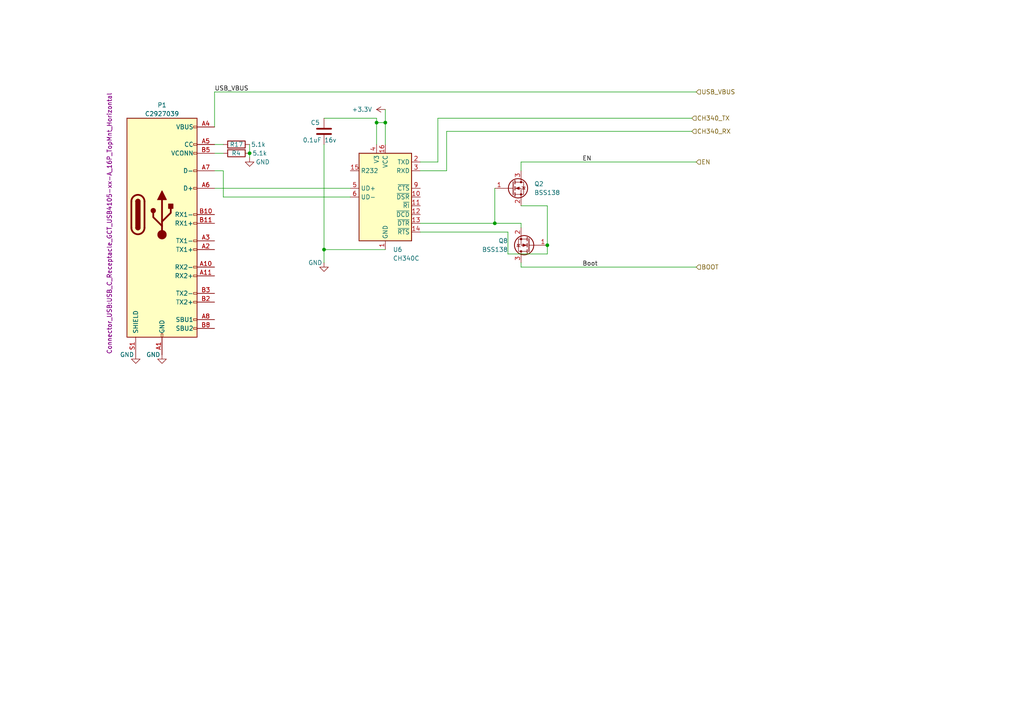
<source format=kicad_sch>
(kicad_sch (version 20231120) (generator "eeschema") (generator_version "8.0")
  (paper "A4")
  (lib_symbols
    (symbol "Connector:USB_C_Plug" (pin_names (offset 1.016))
      (property "Reference" "P" (at -10.16 29.21 0))
      (property "Value" "USB_C_Plug" (at 10.16 29.21 0))
      (symbol "USB_C_Plug_0_0"
        (rectangle (start -0.254 -35.56) (end 0.254 -34.544))
        (rectangle (start 10.16 -32.766) (end 9.144 -33.274))
        (rectangle (start 10.16 -30.226) (end 9.144 -30.734))
        (rectangle (start 10.16 -25.146) (end 9.144 -25.654))
        (rectangle (start 10.16 -22.606) (end 9.144 -23.114))
        (rectangle (start 10.16 -17.526) (end 9.144 -18.034))
        (rectangle (start 10.16 -14.986) (end 9.144 -15.494))
        (rectangle (start 10.16 -9.906) (end 9.144 -10.414))
        (rectangle (start 10.16 -7.366) (end 9.144 -7.874))
        (rectangle (start 10.16 -2.286) (end 9.144 -2.794))
        (rectangle (start 10.16 0.254) (end 9.144 -0.254))
        (rectangle (start 10.16 7.874) (end 9.144 7.366))
        (rectangle (start 10.16 12.954) (end 9.144 12.446))
        (rectangle (start 10.16 18.034) (end 9.144 17.526))
        (rectangle (start 10.16 20.574) (end 9.144 20.066))
        (rectangle (start 10.16 25.654) (end 9.144 25.146))
      )
      (symbol "USB_C_Plug_0_1"
        (rectangle (start -10.16 27.94) (end 10.16 -35.56) (stroke (width 0.254)) (fill (type background)))
        (arc (start -8.89 -3.81) (mid -6.985 -5.7067) (end -5.08 -3.81) (stroke (width 0.508)))
        (arc (start -7.62 -3.81) (mid -6.985 -4.4423) (end -6.35 -3.81) (stroke (width 0.254)))
        (arc (start -7.62 -3.81) (mid -6.985 -4.4423) (end -6.35 -3.81) (stroke (width 0.254)) (fill (type outline)))
        (rectangle (start -7.62 -3.81) (end -6.35 3.81) (stroke (width 0.254)) (fill (type outline)))
        (arc (start -6.35 3.81) (mid -6.985 4.4423) (end -7.62 3.81) (stroke (width 0.254)))
        (arc (start -6.35 3.81) (mid -6.985 4.4423) (end -7.62 3.81) (stroke (width 0.254)) (fill (type outline)))
        (arc (start -5.08 3.81) (mid -6.985 5.7067) (end -8.89 3.81) (stroke (width 0.508)))
        (polyline (pts (xy -8.89 -3.81) (xy -8.89 3.81)) (stroke (width 0.508)))
        (polyline (pts (xy -5.08 3.81) (xy -5.08 -3.81)) (stroke (width 0.508)))
      )
      (symbol "USB_C_Plug_1_1"
        (circle (center -2.54 1.143) (radius 0.635) (stroke (width 0.254)) (fill (type outline)))
        (circle (center 0 -5.842) (radius 1.27) (fill (type outline)))
        (polyline (pts (xy 0 -5.842) (xy 0 4.318)) (stroke (width 0.508)))
        (polyline (pts (xy 0 -3.302) (xy -2.54 -0.762) (xy -2.54 0.508)) (stroke (width 0.508)))
        (polyline (pts (xy 0 -2.032) (xy 2.54 0.508) (xy 2.54 1.778)) (stroke (width 0.508)))
        (polyline (pts (xy -1.27 4.318) (xy 0 6.858) (xy 1.27 4.318) (xy -1.27 4.318)) (stroke (width 0.254)) (fill (type outline)))
        (rectangle (start 1.905 1.778) (end 3.175 3.048) (stroke (width 0.254)) (fill (type outline)))
        (pin passive line (at 0 -40.64 90) (length 5.08) (name "GND") (number "A1"))
        (pin bidirectional line (at 15.24 -15.24 180) (length 5.08) (name "RX2-") (number "A10"))
        (pin bidirectional line (at 15.24 -17.78 180) (length 5.08) (name "RX2+") (number "A11"))
        (pin passive line (at 0 -40.64 90) (length 5.08) hide (name "GND") (number "A12"))
        (pin bidirectional line (at 15.24 -10.16 180) (length 5.08) (name "TX1+") (number "A2"))
        (pin bidirectional line (at 15.24 -7.62 180) (length 5.08) (name "TX1-") (number "A3"))
        (pin passive line (at 15.24 25.4 180) (length 5.08) (name "VBUS") (number "A4"))
        (pin bidirectional line (at 15.24 20.32 180) (length 5.08) (name "CC") (number "A5"))
        (pin bidirectional line (at 15.24 7.62 180) (length 5.08) (name "D+") (number "A6"))
        (pin bidirectional line (at 15.24 12.7 180) (length 5.08) (name "D-") (number "A7"))
        (pin bidirectional line (at 15.24 -30.48 180) (length 5.08) (name "SBU1") (number "A8"))
        (pin passive line (at 15.24 25.4 180) (length 5.08) hide (name "VBUS") (number "A9"))
        (pin passive line (at 0 -40.64 90) (length 5.08) hide (name "GND") (number "B1"))
        (pin bidirectional line (at 15.24 0 180) (length 5.08) (name "RX1-") (number "B10"))
        (pin bidirectional line (at 15.24 -2.54 180) (length 5.08) (name "RX1+") (number "B11"))
        (pin passive line (at 0 -40.64 90) (length 5.08) hide (name "GND") (number "B12"))
        (pin bidirectional line (at 15.24 -25.4 180) (length 5.08) (name "TX2+") (number "B2"))
        (pin bidirectional line (at 15.24 -22.86 180) (length 5.08) (name "TX2-") (number "B3"))
        (pin passive line (at 15.24 25.4 180) (length 5.08) hide (name "VBUS") (number "B4"))
        (pin bidirectional line (at 15.24 17.78 180) (length 5.08) (name "VCONN") (number "B5"))
        (pin bidirectional line (at 15.24 -33.02 180) (length 5.08) (name "SBU2") (number "B8"))
        (pin passive line (at 15.24 25.4 180) (length 5.08) hide (name "VBUS") (number "B9"))
        (pin passive line (at -7.62 -40.64 90) (length 5.08) (name "SHIELD") (number "S1"))
      )
    )
    (symbol "Device:C" (pin_numbers hide) (pin_names (offset 0.254))
      (property "Reference" "C" (at 0.635 2.54 0))
      (property "Value" "C" (at 0.635 -2.54 0))
      (symbol "C_0_1"
        (polyline (pts (xy -2.032 -0.762) (xy 2.032 -0.762)) (stroke (width 0.508)))
        (polyline (pts (xy -2.032 0.762) (xy 2.032 0.762)) (stroke (width 0.508)))
      )
      (symbol "C_1_1"
        (pin passive line (at 0 3.81 270) (length 2.794) (name "~") (number "1"))
        (pin passive line (at 0 -3.81 90) (length 2.794) (name "~") (number "2"))
      )
    )
    (symbol "Device:R" (pin_numbers hide) (pin_names (offset 0))
      (property "Reference" "R" (at 2.032 0 90))
      (property "Value" "R" (at 0 0 90))
      (symbol "R_0_1"
        (rectangle (start -1.016 -2.54) (end 1.016 2.54) (stroke (width 0.254)))
      )
      (symbol "R_1_1"
        (pin passive line (at 0 3.81 270) (length 1.27) (name "~") (number "1"))
        (pin passive line (at 0 -3.81 90) (length 1.27) (name "~") (number "2"))
      )
    )
    (symbol "Interface_USB:CH340C"
      (property "Reference" "U" (at -5.08 13.97 0))
      (property "Value" "CH340C" (at 1.27 13.97 0))
      (symbol "CH340C_0_1"
        (rectangle (start -7.62 12.7) (end 7.62 -12.7) (stroke (width 0.254)) (fill (type background)))
      )
      (symbol "CH340C_1_1"
        (pin power_in line (at 0 -15.24 90) (length 2.54) (name "GND") (number "1"))
        (pin input line (at 10.16 0 180) (length 2.54) (name "~{DSR}") (number "10"))
        (pin input line (at 10.16 -2.54 180) (length 2.54) (name "~{RI}") (number "11"))
        (pin input line (at 10.16 -5.08 180) (length 2.54) (name "~{DCD}") (number "12"))
        (pin output line (at 10.16 -7.62 180) (length 2.54) (name "~{DTR}") (number "13"))
        (pin output line (at 10.16 -10.16 180) (length 2.54) (name "~{RTS}") (number "14"))
        (pin input line (at -10.16 7.62 0) (length 2.54) (name "R232") (number "15"))
        (pin power_in line (at 0 15.24 270) (length 2.54) (name "VCC") (number "16"))
        (pin output line (at 10.16 10.16 180) (length 2.54) (name "TXD") (number "2"))
        (pin input line (at 10.16 7.62 180) (length 2.54) (name "RXD") (number "3"))
        (pin passive line (at -2.54 15.24 270) (length 2.54) (name "V3") (number "4"))
        (pin bidirectional line (at -10.16 2.54 0) (length 2.54) (name "UD+") (number "5"))
        (pin bidirectional line (at -10.16 0 0) (length 2.54) (name "UD-") (number "6"))
        (pin no_connect line (at -7.62 -7.62 0) (length 2.54) hide (name "NC") (number "7"))
        (pin no_connect line (at -7.62 -10.16 0) (length 2.54) hide (name "NC") (number "8"))
        (pin input line (at 10.16 2.54 180) (length 2.54) (name "~{CTS}") (number "9"))
      )
    )
    (symbol "Transistor_FET:BSS138" (pin_names hide)
      (property "Reference" "Q" (at 5.08 1.905 0))
      (property "Value" "BSS138" (at 5.08 0 0))
      (symbol "BSS138_0_1"
        (polyline (pts (xy 0.254 0) (xy -2.54 0)))
        (polyline (pts (xy 0.254 1.905) (xy 0.254 -1.905)) (stroke (width 0.254)))
        (polyline (pts (xy 0.762 -1.27) (xy 0.762 -2.286)) (stroke (width 0.254)))
        (polyline (pts (xy 0.762 0.508) (xy 0.762 -0.508)) (stroke (width 0.254)))
        (polyline (pts (xy 0.762 2.286) (xy 0.762 1.27)) (stroke (width 0.254)))
        (polyline (pts (xy 2.54 2.54) (xy 2.54 1.778)))
        (polyline (pts (xy 2.54 -2.54) (xy 2.54 0) (xy 0.762 0)))
        (polyline (pts (xy 0.762 -1.778) (xy 3.302 -1.778) (xy 3.302 1.778) (xy 0.762 1.778)))
        (polyline (pts (xy 1.016 0) (xy 2.032 0.381) (xy 2.032 -0.381) (xy 1.016 0)) (fill (type outline)))
        (polyline (pts (xy 2.794 0.508) (xy 2.921 0.381) (xy 3.683 0.381) (xy 3.81 0.254)))
        (polyline (pts (xy 3.302 0.381) (xy 2.921 -0.254) (xy 3.683 -0.254) (xy 3.302 0.381)))
        (circle (center 1.651 0) (radius 2.794) (stroke (width 0.254)))
        (circle (center 2.54 -1.778) (radius 0.254) (fill (type outline)))
        (circle (center 2.54 1.778) (radius 0.254) (fill (type outline)))
      )
      (symbol "BSS138_1_1"
        (pin input line (at -5.08 0 0) (length 2.54) (name "G") (number "1"))
        (pin passive line (at 2.54 -5.08 90) (length 2.54) (name "S") (number "2"))
        (pin passive line (at 2.54 5.08 270) (length 2.54) (name "D") (number "3"))
      )
    )
    (symbol "power:+3.3V" (power) (pin_names (offset 0))
      (property "Value" "+3.3V" (at 0 3.556 0))
      (symbol "+3.3V_0_1"
        (polyline (pts (xy -0.762 1.27) (xy 0 2.54)))
        (polyline (pts (xy 0 0) (xy 0 2.54)))
        (polyline (pts (xy 0 2.54) (xy 0.762 1.27)))
      )
      (symbol "+3.3V_1_1"
        (pin power_in line (at 0 0 90) (length 0) hide (name "+3.3V") (number "1"))
      )
    )
    (symbol "power:GND" (power) (pin_names (offset 0))
      (property "Value" "GND" (at 0 -3.81 0))
      (symbol "GND_0_1"
        (polyline (pts (xy 0 0) (xy 0 -1.27) (xy 1.27 -1.27) (xy 0 -2.54) (xy -1.27 -1.27) (xy 0 -1.27)))
      )
      (symbol "GND_1_1"
        (pin power_in line (at 0 0 270) (length 0) hide (name "GND") (number "1"))
      )
    )
  )
  (junction (at 158.75 71.12))
  (junction (at 109.22 35.56))
  (junction (at 143.51 64.77))
  (junction (at 111.76 35.56))
  (junction (at 93.98 72.39))
  (junction (at 72.39 44.45))
  (wire (pts (xy 158.75 71.12) (xy 158.75 59.69)))
  (wire (pts (xy 127 46.99) (xy 127 34.29)))
  (wire (pts (xy 151.13 64.77) (xy 151.13 66.04)))
  (wire (pts (xy 121.92 64.77) (xy 143.51 64.77)))
  (wire (pts (xy 158.75 73.66) (xy 158.75 71.12)))
  (wire (pts (xy 143.51 64.77) (xy 151.13 64.77)))
  (wire (pts (xy 93.98 72.39) (xy 93.98 41.91)))
  (wire (pts (xy 64.77 57.15) (xy 101.6 57.15)))
  (wire (pts (xy 147.32 73.66) (xy 158.75 73.66)))
  (wire (pts (xy 62.23 49.53) (xy 64.77 49.53)))
  (wire (pts (xy 129.54 49.53) (xy 129.54 38.1)))
  (wire (pts (xy 151.13 77.47) (xy 201.93 77.47)))
  (wire (pts (xy 64.77 49.53) (xy 64.77 57.15)))
  (wire (pts (xy 62.23 41.91) (xy 64.77 41.91)))
  (wire (pts (xy 151.13 46.99) (xy 201.93 46.99)))
  (wire (pts (xy 72.39 41.91) (xy 72.39 44.45)))
  (wire (pts (xy 121.92 49.53) (xy 129.54 49.53)))
  (wire (pts (xy 121.92 67.31) (xy 147.32 67.31)))
  (wire (pts (xy 111.76 72.39) (xy 93.98 72.39)))
  (wire (pts (xy 62.23 26.67) (xy 201.93 26.67)))
  (wire (pts (xy 101.6 54.61) (xy 62.23 54.61)))
  (wire (pts (xy 151.13 49.53) (xy 151.13 46.99)))
  (wire (pts (xy 93.98 72.39) (xy 93.98 76.2)))
  (wire (pts (xy 109.22 35.56) (xy 111.76 35.56)))
  (wire (pts (xy 121.92 46.99) (xy 127 46.99)))
  (wire (pts (xy 111.76 35.56) (xy 111.76 41.91)))
  (wire (pts (xy 62.23 44.45) (xy 64.77 44.45)))
  (wire (pts (xy 158.75 59.69) (xy 151.13 59.69)))
  (wire (pts (xy 151.13 76.2) (xy 151.13 77.47)))
  (wire (pts (xy 147.32 67.31) (xy 147.32 73.66)))
  (wire (pts (xy 111.76 31.75) (xy 111.76 35.56)))
  (wire (pts (xy 129.54 38.1) (xy 200.66 38.1)))
  (wire (pts (xy 109.22 41.91) (xy 109.22 35.56)))
  (wire (pts (xy 143.51 64.77) (xy 143.51 54.61)))
  (wire (pts (xy 93.98 34.29) (xy 109.22 34.29)))
  (wire (pts (xy 62.23 26.67) (xy 62.23 36.83)))
  (wire (pts (xy 127 34.29) (xy 200.66 34.29)))
  (wire (pts (xy 72.39 45.72) (xy 72.39 44.45)))
  (wire (pts (xy 109.22 34.29) (xy 109.22 35.56)))
  (label "Boot" (at 168.91 77.47 0))
  (label "USB_VBUS" (at 62.23 26.67 0))
  (label "EN" (at 168.91 46.99 0))
  (hierarchical_label "EN" (shape input) (at 201.93 46.99 0))
  (hierarchical_label "USB_VBUS" (shape input) (at 201.93 26.67 0))
  (hierarchical_label "CH340_TX" (shape input) (at 200.66 34.29 0))
  (hierarchical_label "CH340_RX" (shape input) (at 200.66 38.1 0))
  (hierarchical_label "BOOT" (shape input) (at 201.93 77.47 0))
  (symbol (lib_id "Connector:USB_C_Plug") (at 46.99 62.23 0) (unit 1)
    (property "Reference" "P1" (at 46.99 30.48 0))
    (property "Value" "C2927039" (at 46.99 33.02 0))
    (property "Footprint" "Connector_USB:USB_C_Receptacle_GCT_USB4105-xx-A_16P_TopMnt_Horizontal" (at 31.75 64.77 90))
    (property "Datasheet" "https://www.usb.org/sites/default/files/documents/usb_type-c.zip" (effects (hide yes)))
    (property "Field4" "C2927039" (effects (hide yes)))
    (property "MPN" "USB-TYPE-C-019" (effects (hide yes)))
  )
  (symbol (lib_id "Transistor_FET:BSS138") (at 153.67 71.12 180) (unit 1)
    (property "Reference" "Q8" (at 147.32 69.85 0) (effects (justify left)))
    (property "Value" "BSS138" (at 147.32 72.39 0) (effects (justify left)))
    (property "Footprint" "Package_TO_SOT_SMD:SOT-23-3" (effects (hide yes)))
    (property "Datasheet" "https://www.onsemi.com/pub/Collateral/BSS138-D.PDF" (effects (hide yes)))
    (instances (project "bGV-ESP32-RA01-DS1337C" (path "" (reference "Q8") (unit 1))) (project "wiegand_esp32_usb" (path "" (reference "Q2") (unit 1))))
  )
  (symbol (lib_id "Device:C") (at 93.98 38.1 180) (unit 1)
    (property "Reference" "C5" (at 91.44 35.56 0))
    (property "Value" "0.1uF 16v" (at 92.71 40.64 0))
    (property "Footprint" "Capacitor_SMD:C_0603_1608Metric" (effects (hide yes)))
    (property "mpn" "CC0603KRX7R7BB104" (effects (hide yes)))
    (instances (project "bGV-ESP32-RA01-DS1337C" (path "" (reference "C5") (unit 1))) (project "wiegand_esp32_usb" (path "" (reference "C1") (unit 1))))
  )
  (symbol (lib_id "power:+3.3V") (at 111.76 31.75 90) (unit 1)
    (property "Reference" "#PWR026" (effects (hide yes)))
    (property "Value" "+3.3V" (at 107.95 31.75 90) (effects (justify left)))
  )
  (symbol (lib_id "power:GND") (at 93.98 76.2 0) (unit 1)
    (property "Reference" "#PWR04" (effects (hide yes)))
    (property "Value" "GND" (at 91.44 76.2 0))
    (instances (project "bGV-ESP32-RA01-DS1337C" (path "" (reference "#PWR04") (unit 1))) (project "wiegand_esp32_usb" (path "" (reference "#PWR021") (unit 1))))
  )
  (symbol (lib_id "power:GND") (at 46.99 102.87 0) (unit 1)
    (property "Reference" "#PWR05" (effects (hide yes)))
    (property "Value" "GND" (at 44.45 102.87 0))
    (instances (project "bGV-ESP32-RA01-DS1337C" (path "" (reference "#PWR05") (unit 1))) (project "wiegand_esp32_usb" (path "" (reference "#PWR04") (unit 1))))
  )
  (symbol (lib_id "Device:R") (at 68.58 41.91 90) (unit 1)
    (property "Reference" "R17" (at 68.58 41.91 90))
    (property "Value" "5.1k" (at 74.93 41.91 90))
    (property "Footprint" "Resistor_SMD:R_0603_1608Metric" (effects (hide yes)))
  )
  (symbol (lib_id "Transistor_FET:BSS138") (at 148.59 54.61 0) (unit 1)
    (property "Reference" "Q2" (at 154.94 53.34 0) (effects (justify left)))
    (property "Value" "BSS138" (at 154.94 55.88 0) (effects (justify left)))
    (property "Footprint" "Package_TO_SOT_SMD:SOT-23-3" (effects (hide yes)))
    (property "Datasheet" "https://www.onsemi.com/pub/Collateral/BSS138-D.PDF" (effects (hide yes)))
    (instances (project "bGV-ESP32-RA01-DS1337C" (path "" (reference "Q2") (unit 1))) (project "wiegand_esp32_usb" (path "" (reference "Q1") (unit 1))))
  )
  (symbol (lib_id "power:GND") (at 72.39 45.72 0) (unit 1)
    (property "Reference" "#PWR04" (effects (hide yes)))
    (property "Value" "GND" (at 76.2 46.99 0))
    (instances (project "bGV-ESP32-RA01-DS1337C" (path "" (reference "#PWR04") (unit 1))) (project "wiegand_esp32_usb" (path "" (reference "#PWR07") (unit 1))))
  )
  (symbol (lib_id "Device:R") (at 68.58 44.45 90) (unit 1)
    (property "Reference" "R4" (at 69.85 44.45 90) (effects (justify left)))
    (property "Value" "5.1k" (at 77.47 44.45 90) (effects (justify left)))
    (property "Footprint" "Resistor_SMD:R_0603_1608Metric" (effects (hide yes)))
  )
  (symbol (lib_id "power:GND") (at 39.37 102.87 0) (unit 1)
    (property "Reference" "#PWR05" (effects (hide yes)))
    (property "Value" "GND" (at 36.83 102.87 0))
    (instances (project "bGV-ESP32-RA01-DS1337C" (path "" (reference "#PWR05") (unit 1))) (project "wiegand_esp32_usb" (path "" (reference "#PWR03") (unit 1))))
  )
  (symbol (lib_id "Interface_USB:CH340C") (at 111.76 57.15 0) (unit 1)
    (property "Reference" "U6" (at 113.9541 72.39 0) (effects (justify left)))
    (property "Value" "CH340C" (at 113.9541 74.93 0) (effects (justify left)))
    (property "Footprint" "Package_SO:SOIC-16_3.9x9.9mm_P1.27mm" (effects (hide yes)))
    (property "Datasheet" "https://datasheet.lcsc.com/szlcsc/Jiangsu-Qin-Heng-CH340C_C84681.pdf" (effects (hide yes)))
    (instances (project "bGV-ESP32-RA01-DS1337C" (path "" (reference "U6") (unit 1))) (project "wiegand_esp32_usb" (path "" (reference "U2") (unit 1))))
  )
)
</source>
